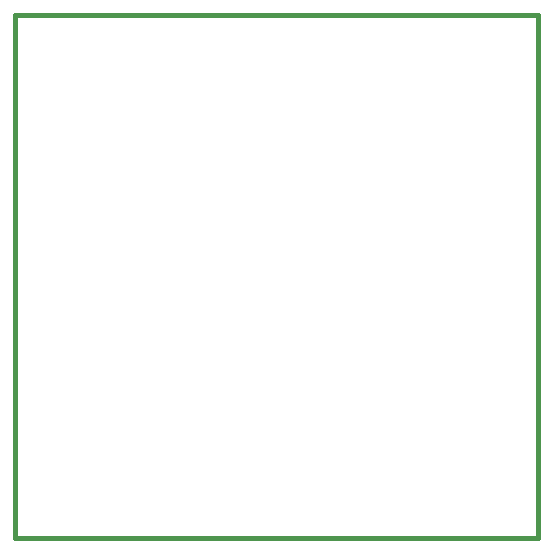
<source format=gbr>
%FSLAX34Y34*%
G04 Gerber Fmt 3.4, Leading zero omitted, Abs format*
G04 (created by PCBNEW (2013-11-28 BZR 4510)-product) date Thu 15 May 2014 02:09:21 PM EDT*
%MOIN*%
G01*
G70*
G90*
G04 APERTURE LIST*
%ADD10C,0.005906*%
%ADD11C,0.015000*%
G04 APERTURE END LIST*
G54D10*
G54D11*
X67801Y-53078D02*
X85218Y-53078D01*
X67801Y-53078D02*
X67801Y-35651D01*
X85218Y-53078D02*
X85218Y-35651D01*
X67801Y-35651D02*
X85218Y-35651D01*
M02*

</source>
